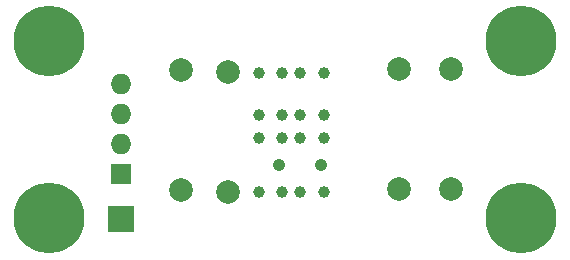
<source format=gbs>
%FSLAX34Y34*%
G04 Gerber Fmt 3.4, Leading zero omitted, Abs format*
G04 (created by PCBNEW (2014-jan-25)-product) date Tue 29 Jul 2014 09:42:42 AM PDT*
%MOIN*%
G01*
G70*
G90*
G04 APERTURE LIST*
%ADD10C,0.003937*%
%ADD11C,0.236220*%
%ADD12R,0.068000X0.068000*%
%ADD13O,0.068000X0.068000*%
%ADD14C,0.078700*%
%ADD15R,0.088000X0.088000*%
%ADD16C,0.039370*%
%ADD17C,0.041339*%
G04 APERTURE END LIST*
G54D10*
G54D11*
X41338Y-41338D03*
X57086Y-41338D03*
X41338Y-47244D03*
X57086Y-47244D03*
G54D12*
X43750Y-45750D03*
G54D13*
X43750Y-44750D03*
X43750Y-43750D03*
X43750Y-42750D03*
G54D14*
X53000Y-46250D03*
X53000Y-42250D03*
X45750Y-42300D03*
X45750Y-46300D03*
X54750Y-46250D03*
X54750Y-42250D03*
X47300Y-46350D03*
X47300Y-42350D03*
G54D15*
X43750Y-47250D03*
G54D16*
X49704Y-46367D03*
X50492Y-46368D03*
X49704Y-44576D03*
X50492Y-44576D03*
G54D17*
X50393Y-45472D03*
G54D16*
X48326Y-46367D03*
X49114Y-46368D03*
X48326Y-44576D03*
X49114Y-44576D03*
G54D17*
X49015Y-45472D03*
G54D16*
X50492Y-42411D03*
X49704Y-42411D03*
X50492Y-43809D03*
X49704Y-43809D03*
X49114Y-42411D03*
X48326Y-42411D03*
X49114Y-43809D03*
X48326Y-43809D03*
M02*

</source>
